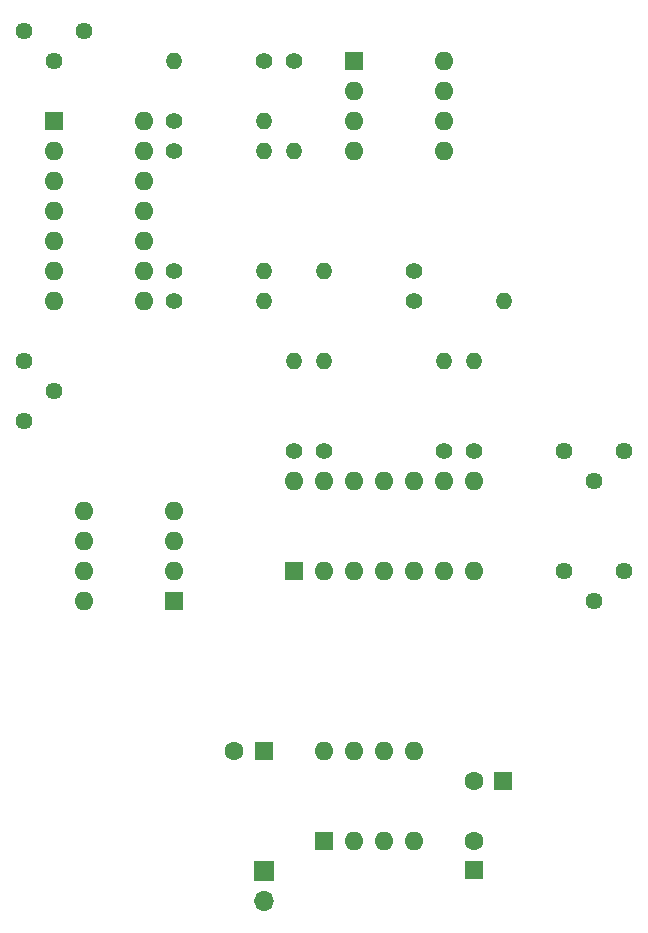
<source format=gbr>
%TF.GenerationSoftware,KiCad,Pcbnew,8.0.8*%
%TF.CreationDate,2025-02-20T08:22:17+09:00*%
%TF.ProjectId,kicad_patchBox,6b696361-645f-4706-9174-6368426f782e,rev?*%
%TF.SameCoordinates,Original*%
%TF.FileFunction,Soldermask,Top*%
%TF.FilePolarity,Negative*%
%FSLAX46Y46*%
G04 Gerber Fmt 4.6, Leading zero omitted, Abs format (unit mm)*
G04 Created by KiCad (PCBNEW 8.0.8) date 2025-02-20 08:22:17*
%MOMM*%
%LPD*%
G01*
G04 APERTURE LIST*
%ADD10R,1.600000X1.600000*%
%ADD11O,1.600000X1.600000*%
%ADD12C,1.400000*%
%ADD13O,1.400000X1.400000*%
%ADD14C,1.600000*%
%ADD15R,1.700000X1.700000*%
%ADD16O,1.700000X1.700000*%
%ADD17C,1.440000*%
G04 APERTURE END LIST*
D10*
%TO.C,U4*%
X165100000Y-43180000D03*
D11*
X165100000Y-45720000D03*
X165100000Y-48260000D03*
X165100000Y-50800000D03*
X172720000Y-50800000D03*
X172720000Y-48260000D03*
X172720000Y-45720000D03*
X172720000Y-43180000D03*
%TD*%
D12*
%TO.C,R9*%
X170180000Y-60960000D03*
D13*
X162560000Y-60960000D03*
%TD*%
D12*
%TO.C,R4*%
X160020000Y-76200000D03*
D13*
X160020000Y-68580000D03*
%TD*%
D12*
%TO.C,R12*%
X160020000Y-43180000D03*
D13*
X160020000Y-50800000D03*
%TD*%
D12*
%TO.C,R5*%
X149860000Y-50800000D03*
D13*
X157480000Y-50800000D03*
%TD*%
D12*
%TO.C,R1*%
X172720000Y-76200000D03*
D13*
X172720000Y-68580000D03*
%TD*%
D10*
%TO.C,C3*%
X177760000Y-104140000D03*
D14*
X175260000Y-104140000D03*
%TD*%
D10*
%TO.C,U5*%
X162560000Y-109220000D03*
D11*
X165100000Y-109220000D03*
X167640000Y-109220000D03*
X170180000Y-109220000D03*
X170180000Y-101600000D03*
X167640000Y-101600000D03*
X165100000Y-101600000D03*
X162560000Y-101600000D03*
%TD*%
D12*
%TO.C,R8*%
X149860000Y-63500000D03*
D13*
X157480000Y-63500000D03*
%TD*%
D12*
%TO.C,R11*%
X157480000Y-43180000D03*
D13*
X149860000Y-43180000D03*
%TD*%
D12*
%TO.C,R7*%
X149860000Y-60960000D03*
D13*
X157480000Y-60960000D03*
%TD*%
D15*
%TO.C,J1*%
X157480000Y-111760000D03*
D16*
X157480000Y-114300000D03*
%TD*%
D10*
%TO.C,U2*%
X149860000Y-88900000D03*
D11*
X149860000Y-86360000D03*
X149860000Y-83820000D03*
X149860000Y-81280000D03*
X142240000Y-81280000D03*
X142240000Y-83820000D03*
X142240000Y-86360000D03*
X142240000Y-88900000D03*
%TD*%
D17*
%TO.C,RV2*%
X182880000Y-86360000D03*
X185420000Y-88900000D03*
X187960000Y-86360000D03*
%TD*%
D10*
%TO.C,U3*%
X139700000Y-48255000D03*
D11*
X139700000Y-50795000D03*
X139700000Y-53335000D03*
X139700000Y-55875000D03*
X139700000Y-58415000D03*
X139700000Y-60955000D03*
X139700000Y-63495000D03*
X147320000Y-63495000D03*
X147320000Y-60955000D03*
X147320000Y-58415000D03*
X147320000Y-55875000D03*
X147320000Y-53335000D03*
X147320000Y-50795000D03*
X147320000Y-48255000D03*
%TD*%
D10*
%TO.C,U1*%
X160020000Y-86360000D03*
D11*
X162560000Y-86360000D03*
X165100000Y-86360000D03*
X167640000Y-86360000D03*
X170180000Y-86360000D03*
X172720000Y-86360000D03*
X175260000Y-86360000D03*
X175260000Y-78740000D03*
X172720000Y-78740000D03*
X170180000Y-78740000D03*
X167640000Y-78740000D03*
X165100000Y-78740000D03*
X162560000Y-78740000D03*
X160020000Y-78740000D03*
%TD*%
D17*
%TO.C,RV4*%
X137160000Y-73660000D03*
X139700000Y-71120000D03*
X137160000Y-68580000D03*
%TD*%
D12*
%TO.C,R3*%
X162560000Y-76200000D03*
D13*
X162560000Y-68580000D03*
%TD*%
D10*
%TO.C,C1*%
X175260000Y-111720000D03*
D14*
X175260000Y-109220000D03*
%TD*%
D10*
%TO.C,C2*%
X157480000Y-101600000D03*
D14*
X154980000Y-101600000D03*
%TD*%
D17*
%TO.C,RV1*%
X182880000Y-76200000D03*
X185420000Y-78740000D03*
X187960000Y-76200000D03*
%TD*%
D12*
%TO.C,R10*%
X170180000Y-63500000D03*
D13*
X177800000Y-63500000D03*
%TD*%
D17*
%TO.C,RV3*%
X137160000Y-40640000D03*
X139700000Y-43180000D03*
X142240000Y-40640000D03*
%TD*%
D12*
%TO.C,R2*%
X175260000Y-76200000D03*
D13*
X175260000Y-68580000D03*
%TD*%
D12*
%TO.C,R6*%
X149860000Y-48260000D03*
D13*
X157480000Y-48260000D03*
%TD*%
M02*

</source>
